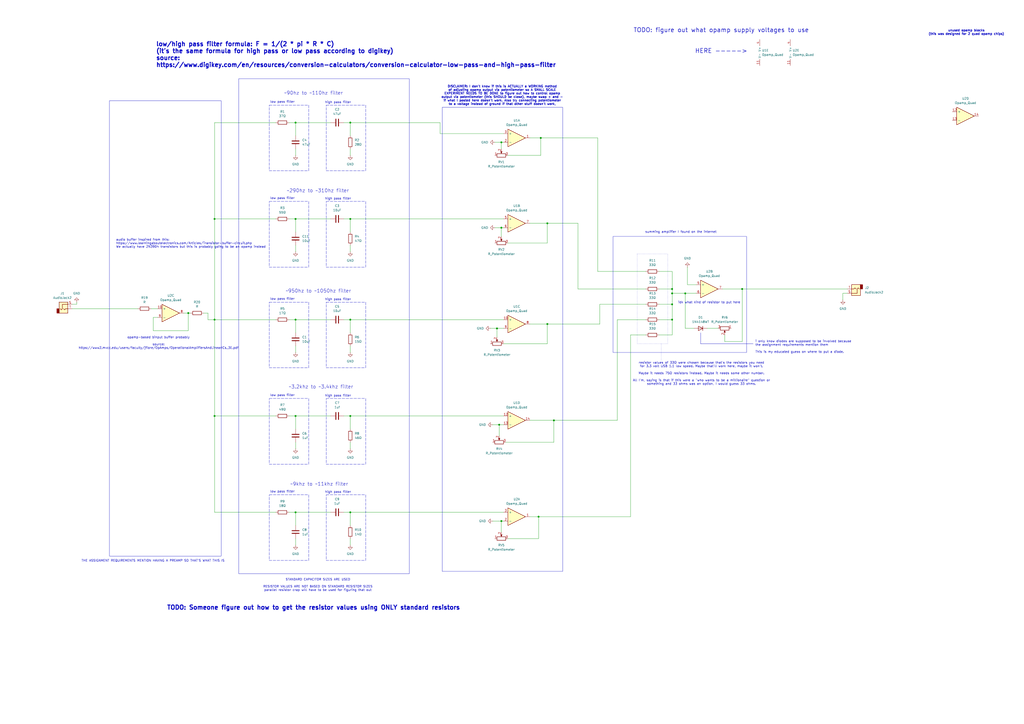
<source format=kicad_sch>
(kicad_sch (version 20231120) (generator "eeschema") (generator_version "8.0")
  (paper "A2")
  (lib_symbols
    (symbol "Connector_Audio:AudioJack2"
      (property "Reference" "J" (at 0 8.89 0))
      (property "Value" "AudioJack2" (at 0 6.35 0))
      (symbol "AudioJack2_0_1"
        (rectangle (start -3.81 0) (end -2.54 -2.54) (stroke (width 0.254)) (fill (type outline)))
        (rectangle (start -2.54 3.81) (end 2.54 -2.54) (stroke (width 0.254)) (fill (type background)))
        (polyline (pts (xy 0 0) (xy 0.635 -0.635) (xy 1.27 0) (xy 2.54 0)) (stroke (width 0.254)))
        (polyline (pts (xy 2.54 2.54) (xy -0.635 2.54) (xy -0.635 0) (xy -1.27 -0.635) (xy -1.905 0)) (stroke (width 0.254)))
      )
      (symbol "AudioJack2_1_1"
        (pin passive line (at 5.08 2.54 180) (length 2.54) (name "~") (number "S"))
        (pin passive line (at 5.08 0 180) (length 2.54) (name "~") (number "T"))
      )
    )
    (symbol "Device:C" (pin_numbers hide) (pin_names (offset 0.254))
      (property "Reference" "C" (at 0.635 2.54 0))
      (property "Value" "C" (at 0.635 -2.54 0))
      (symbol "C_0_1"
        (polyline (pts (xy -2.032 -0.762) (xy 2.032 -0.762)) (stroke (width 0.508)))
        (polyline (pts (xy -2.032 0.762) (xy 2.032 0.762)) (stroke (width 0.508)))
      )
      (symbol "C_1_1"
        (pin passive line (at 0 3.81 270) (length 2.794) (name "~") (number "1"))
        (pin passive line (at 0 -3.81 90) (length 2.794) (name "~") (number "2"))
      )
    )
    (symbol "Device:Opamp_Quad"
      (property "Reference" "U" (at 0 5.08 0))
      (property "Value" "Opamp_Quad" (at 0 -5.08 0))
      (symbol "Opamp_Quad_1_1"
        (polyline (pts (xy -5.08 5.08) (xy 5.08 0) (xy -5.08 -5.08) (xy -5.08 5.08)) (stroke (width 0.254)) (fill (type background)))
        (pin output line (at 7.62 0 180) (length 2.54) (name "~") (number "1"))
        (pin input line (at -7.62 -2.54 0) (length 2.54) (name "-") (number "2"))
        (pin input line (at -7.62 2.54 0) (length 2.54) (name "+") (number "3"))
      )
      (symbol "Opamp_Quad_2_1"
        (polyline (pts (xy -5.08 5.08) (xy 5.08 0) (xy -5.08 -5.08) (xy -5.08 5.08)) (stroke (width 0.254)) (fill (type background)))
        (pin input line (at -7.62 2.54 0) (length 2.54) (name "+") (number "5"))
        (pin input line (at -7.62 -2.54 0) (length 2.54) (name "-") (number "6"))
        (pin output line (at 7.62 0 180) (length 2.54) (name "~") (number "7"))
      )
      (symbol "Opamp_Quad_3_1"
        (polyline (pts (xy -5.08 5.08) (xy 5.08 0) (xy -5.08 -5.08) (xy -5.08 5.08)) (stroke (width 0.254)) (fill (type background)))
        (pin input line (at -7.62 2.54 0) (length 2.54) (name "+") (number "10"))
        (pin output line (at 7.62 0 180) (length 2.54) (name "~") (number "8"))
        (pin input line (at -7.62 -2.54 0) (length 2.54) (name "-") (number "9"))
      )
      (symbol "Opamp_Quad_4_1"
        (polyline (pts (xy -5.08 5.08) (xy 5.08 0) (xy -5.08 -5.08) (xy -5.08 5.08)) (stroke (width 0.254)) (fill (type background)))
        (pin input line (at -7.62 2.54 0) (length 2.54) (name "+") (number "12"))
        (pin input line (at -7.62 -2.54 0) (length 2.54) (name "-") (number "13"))
        (pin output line (at 7.62 0 180) (length 2.54) (name "~") (number "14"))
      )
      (symbol "Opamp_Quad_5_1"
        (pin power_in line (at -2.54 -7.62 90) (length 3.81) (name "V-") (number "11"))
        (pin power_in line (at -2.54 7.62 270) (length 3.81) (name "V+") (number "4"))
      )
    )
    (symbol "Device:R" (pin_numbers hide) (pin_names (offset 0))
      (property "Reference" "R" (at 2.032 0 90))
      (property "Value" "R" (at 0 0 90))
      (symbol "R_0_1"
        (rectangle (start -1.016 -2.54) (end 1.016 2.54) (stroke (width 0.254)))
      )
      (symbol "R_1_1"
        (pin passive line (at 0 3.81 270) (length 1.27) (name "~") (number "1"))
        (pin passive line (at 0 -3.81 90) (length 1.27) (name "~") (number "2"))
      )
    )
    (symbol "Device:R_Potentiometer" (pin_names (offset 1.016) hide)
      (property "Reference" "RV" (at -4.445 0 90))
      (property "Value" "R_Potentiometer" (at -2.54 0 90))
      (symbol "R_Potentiometer_0_1"
        (polyline (pts (xy 2.54 0) (xy 1.524 0)))
        (polyline (pts (xy 1.143 0) (xy 2.286 0.508) (xy 2.286 -0.508) (xy 1.143 0)) (fill (type outline)))
        (rectangle (start 1.016 2.54) (end -1.016 -2.54) (stroke (width 0.254)))
      )
      (symbol "R_Potentiometer_1_1"
        (pin passive line (at 0 3.81 270) (length 1.27) (name "1") (number "1"))
        (pin passive line (at 3.81 0 180) (length 1.27) (name "2") (number "2"))
        (pin passive line (at 0 -3.81 90) (length 1.27) (name "3") (number "3"))
      )
    )
    (symbol "Diode:1N4148WT" (pin_numbers hide) (pin_names hide)
      (property "Reference" "D" (at 0 2.54 0))
      (property "Value" "1N4148WT" (at 0 -2.54 0))
      (symbol "1N4148WT_0_1"
        (polyline (pts (xy -1.27 1.27) (xy -1.27 -1.27)) (stroke (width 0.254)))
        (polyline (pts (xy 1.27 0) (xy -1.27 0)))
        (polyline (pts (xy 1.27 1.27) (xy 1.27 -1.27) (xy -1.27 0) (xy 1.27 1.27)) (stroke (width 0.254)))
      )
      (symbol "1N4148WT_1_1"
        (pin passive line (at -3.81 0 0) (length 2.54) (name "K") (number "1"))
        (pin passive line (at 3.81 0 180) (length 2.54) (name "A") (number "2"))
      )
    )
    (symbol "power:GND" (power) (pin_numbers hide) (pin_names (offset 0) hide)
      (property "Value" "GND" (at 0 -3.81 0))
      (symbol "GND_0_1"
        (polyline (pts (xy 0 0) (xy 0 -1.27) (xy 1.27 -1.27) (xy 0 -2.54) (xy -1.27 -1.27) (xy 0 -1.27)))
      )
      (symbol "GND_1_1"
        (pin power_in line (at 0 0 270) (length 0) (name "~") (number "1"))
      )
    )
  )
  (junction (at 321.31 243.84))
  (junction (at 203.2 297.18))
  (junction (at 203.2 71.12))
  (junction (at 124.46 127))
  (junction (at 171.45 241.3))
  (junction (at 289.56 246.38))
  (junction (at 389.89 185.42))
  (junction (at 389.89 170.18))
  (junction (at 430.53 167.64))
  (junction (at 109.22 181.61))
  (junction (at 397.51 170.18))
  (junction (at 203.2 127))
  (junction (at 290.83 132.08))
  (junction (at 203.2 185.42))
  (junction (at 124.46 185.42))
  (junction (at 389.89 167.64))
  (junction (at 389.89 176.53))
  (junction (at 317.5 129.54))
  (junction (at 171.45 185.42))
  (junction (at 124.46 241.3))
  (junction (at 171.45 71.12))
  (junction (at 288.29 190.5))
  (junction (at 290.83 302.26))
  (junction (at 290.83 82.55))
  (junction (at 317.5 187.96))
  (junction (at 312.42 299.72))
  (junction (at 313.69 80.01))
  (junction (at 203.2 241.3))
  (junction (at 171.45 127))
  (junction (at 171.45 297.18))
  (wire (pts (xy 203.2 185.42) (xy 203.2 193.04)))
  (wire (pts (xy 124.46 71.12) (xy 160.02 71.12)))
  (wire (pts (xy 294.64 140.97) (xy 317.5 140.97)))
  (wire (pts (xy 160.02 185.42) (xy 124.46 185.42)))
  (wire (pts (xy 347.98 187.96) (xy 347.98 176.53)))
  (wire (pts (xy 420.37 194.31) (xy 420.37 198.12)))
  (wire (pts (xy 365.76 194.31) (xy 374.65 194.31)))
  (wire (pts (xy 203.2 248.92) (xy 203.2 241.3)))
  (wire (pts (xy 167.64 241.3) (xy 171.45 241.3)))
  (wire (pts (xy 88.9 184.15) (xy 88.9 191.77)))
  (wire (pts (xy 171.45 71.12) (xy 171.45 78.74)))
  (wire (pts (xy 382.27 176.53) (xy 389.89 176.53)))
  (wire (pts (xy 284.48 190.5) (xy 288.29 190.5)))
  (wire (pts (xy 203.2 185.42) (xy 199.39 185.42)))
  (wire (pts (xy 293.37 256.54) (xy 321.31 256.54)))
  (wire (pts (xy 124.46 297.18) (xy 124.46 241.3)))
  (wire (pts (xy 430.53 198.12) (xy 430.53 167.64)))
  (wire (pts (xy 307.34 80.01) (xy 313.69 80.01)))
  (wire (pts (xy 255.27 71.12) (xy 255.27 77.47)))
  (wire (pts (xy 203.2 71.12) (xy 199.39 71.12)))
  (wire (pts (xy 488.95 173.99) (xy 488.95 170.18)))
  (wire (pts (xy 294.64 90.17) (xy 313.69 90.17)))
  (wire (pts (xy 106.68 181.61) (xy 109.22 181.61)))
  (wire (pts (xy 312.42 299.72) (xy 365.76 299.72)))
  (wire (pts (xy 397.51 170.18) (xy 397.51 190.5)))
  (wire (pts (xy 289.56 246.38) (xy 292.1 246.38)))
  (wire (pts (xy 346.71 80.01) (xy 346.71 157.48)))
  (wire (pts (xy 335.28 129.54) (xy 335.28 167.64)))
  (wire (pts (xy 203.2 142.24) (xy 203.2 146.05)))
  (wire (pts (xy 285.75 302.26) (xy 290.83 302.26)))
  (wire (pts (xy 171.45 241.3) (xy 191.77 241.3)))
  (wire (pts (xy 294.64 312.42) (xy 312.42 312.42)))
  (wire (pts (xy 292.1 199.39) (xy 317.5 199.39)))
  (wire (pts (xy 403.86 170.18) (xy 397.51 170.18)))
  (wire (pts (xy 382.27 157.48) (xy 389.89 157.48)))
  (wire (pts (xy 124.46 185.42) (xy 124.46 241.3)))
  (wire (pts (xy 317.5 187.96) (xy 347.98 187.96)))
  (wire (pts (xy 420.37 198.12) (xy 430.53 198.12)))
  (wire (pts (xy 358.14 243.84) (xy 358.14 185.42)))
  (wire (pts (xy 290.83 82.55) (xy 292.1 82.55)))
  (wire (pts (xy 109.22 181.61) (xy 109.22 191.77)))
  (wire (pts (xy 203.2 127) (xy 292.1 127)))
  (wire (pts (xy 88.9 191.77) (xy 109.22 191.77)))
  (wire (pts (xy 389.89 194.31) (xy 389.89 185.42)))
  (wire (pts (xy 203.2 71.12) (xy 255.27 71.12)))
  (wire (pts (xy 171.45 127) (xy 171.45 134.62)))
  (wire (pts (xy 317.5 129.54) (xy 335.28 129.54)))
  (wire (pts (xy 365.76 299.72) (xy 365.76 194.31)))
  (wire (pts (xy 199.39 127) (xy 203.2 127)))
  (wire (pts (xy 167.64 185.42) (xy 171.45 185.42)))
  (wire (pts (xy 285.75 246.38) (xy 289.56 246.38)))
  (wire (pts (xy 118.11 181.61) (xy 120.65 181.61)))
  (wire (pts (xy 321.31 256.54) (xy 321.31 243.84)))
  (wire (pts (xy 203.2 297.18) (xy 199.39 297.18)))
  (wire (pts (xy 307.34 129.54) (xy 317.5 129.54)))
  (wire (pts (xy 120.65 185.42) (xy 124.46 185.42)))
  (wire (pts (xy 167.64 71.12) (xy 171.45 71.12)))
  (wire (pts (xy 358.14 185.42) (xy 374.65 185.42)))
  (wire (pts (xy 203.2 134.62) (xy 203.2 127)))
  (wire (pts (xy 171.45 200.66) (xy 171.45 204.47)))
  (wire (pts (xy 347.98 176.53) (xy 374.65 176.53)))
  (wire (pts (xy 313.69 80.01) (xy 346.71 80.01)))
  (wire (pts (xy 167.64 127) (xy 171.45 127)))
  (wire (pts (xy 203.2 256.54) (xy 203.2 260.35)))
  (wire (pts (xy 288.29 190.5) (xy 288.29 195.58)))
  (wire (pts (xy 289.56 246.38) (xy 289.56 252.73)))
  (wire (pts (xy 124.46 127) (xy 124.46 71.12)))
  (wire (pts (xy 44.45 175.26) (xy 44.45 176.53)))
  (wire (pts (xy 124.46 127) (xy 124.46 185.42)))
  (wire (pts (xy 382.27 185.42) (xy 389.89 185.42)))
  (wire (pts (xy 203.2 304.8) (xy 203.2 297.18)))
  (wire (pts (xy 398.78 154.94) (xy 398.78 165.1)))
  (wire (pts (xy 287.02 82.55) (xy 290.83 82.55)))
  (wire (pts (xy 346.71 157.48) (xy 374.65 157.48)))
  (wire (pts (xy 307.34 299.72) (xy 312.42 299.72)))
  (wire (pts (xy 203.2 200.66) (xy 203.2 204.47)))
  (wire (pts (xy 87.63 179.07) (xy 91.44 179.07)))
  (wire (pts (xy 120.65 181.61) (xy 120.65 185.42)))
  (wire (pts (xy 290.83 132.08) (xy 292.1 132.08)))
  (wire (pts (xy 171.45 185.42) (xy 191.77 185.42)))
  (wire (pts (xy 171.45 86.36) (xy 171.45 90.17)))
  (wire (pts (xy 171.45 312.42) (xy 171.45 316.23)))
  (wire (pts (xy 203.2 241.3) (xy 199.39 241.3)))
  (wire (pts (xy 307.34 243.84) (xy 321.31 243.84)))
  (wire (pts (xy 389.89 185.42) (xy 389.89 176.53)))
  (wire (pts (xy 398.78 165.1) (xy 403.86 165.1)))
  (wire (pts (xy 382.27 194.31) (xy 389.89 194.31)))
  (wire (pts (xy 255.27 77.47) (xy 292.1 77.47)))
  (wire (pts (xy 488.95 170.18) (xy 491.49 170.18)))
  (wire (pts (xy 389.89 176.53) (xy 389.89 170.18)))
  (wire (pts (xy 171.45 185.42) (xy 171.45 193.04)))
  (wire (pts (xy 397.51 170.18) (xy 389.89 170.18)))
  (wire (pts (xy 397.51 190.5) (xy 402.59 190.5)))
  (wire (pts (xy 317.5 199.39) (xy 317.5 187.96)))
  (wire (pts (xy 389.89 170.18) (xy 389.89 167.64)))
  (wire (pts (xy 321.31 243.84) (xy 358.14 243.84)))
  (wire (pts (xy 171.45 71.12) (xy 191.77 71.12)))
  (wire (pts (xy 203.2 86.36) (xy 203.2 90.17)))
  (wire (pts (xy 171.45 256.54) (xy 171.45 260.35)))
  (wire (pts (xy 290.83 302.26) (xy 290.83 308.61)))
  (wire (pts (xy 124.46 241.3) (xy 160.02 241.3)))
  (polyline (pts (xy 436.88 199.39) (xy 406.4 199.39)))
  (wire (pts (xy 167.64 297.18) (xy 171.45 297.18)))
  (wire (pts (xy 410.21 190.5) (xy 416.56 190.5)))
  (wire (pts (xy 171.45 297.18) (xy 191.77 297.18)))
  (wire (pts (xy 290.83 302.26) (xy 292.1 302.26)))
  (wire (pts (xy 389.89 167.64) (xy 389.89 157.48)))
  (wire (pts (xy 171.45 241.3) (xy 171.45 248.92)))
  (wire (pts (xy 317.5 140.97) (xy 317.5 129.54)))
  (wire (pts (xy 290.83 137.16) (xy 290.83 132.08)))
  (wire (pts (xy 287.02 132.08) (xy 290.83 132.08)))
  (wire (pts (xy 430.53 167.64) (xy 491.49 167.64)))
  (wire (pts (xy 312.42 312.42) (xy 312.42 299.72)))
  (wire (pts (xy 41.91 179.07) (xy 80.01 179.07)))
  (wire (pts (xy 203.2 78.74) (xy 203.2 71.12)))
  (wire (pts (xy 171.45 142.24) (xy 171.45 146.05)))
  (wire (pts (xy 44.45 176.53) (xy 41.91 176.53)))
  (wire (pts (xy 171.45 127) (xy 191.77 127)))
  (wire (pts (xy 171.45 297.18) (xy 171.45 304.8)))
  (wire (pts (xy 160.02 127) (xy 124.46 127)))
  (wire (pts (xy 419.1 167.64) (xy 430.53 167.64)))
  (wire (pts (xy 203.2 297.18) (xy 292.1 297.18)))
  (wire (pts (xy 313.69 90.17) (xy 313.69 80.01)))
  (wire (pts (xy 109.22 181.61) (xy 110.49 181.61)))
  (polyline (pts (xy 406.4 193.04) (xy 406.4 199.39)))
  (wire (pts (xy 335.28 167.64) (xy 374.65 167.64)))
  (wire (pts (xy 382.27 167.64) (xy 389.89 167.64)))
  (wire (pts (xy 288.29 190.5) (xy 292.1 190.5)))
  (wire (pts (xy 307.34 187.96) (xy 317.5 187.96)))
  (wire (pts (xy 203.2 185.42) (xy 292.1 185.42)))
  (wire (pts (xy 203.2 312.42) (xy 203.2 316.23)))
  (wire (pts (xy 91.44 184.15) (xy 88.9 184.15)))
  (wire (pts (xy 203.2 241.3) (xy 292.1 241.3)))
  (wire (pts (xy 160.02 297.18) (xy 124.46 297.18)))
  (wire (pts (xy 290.83 82.55) (xy 290.83 86.36)))
  (polyline (pts (xy 383.54 199.39) (xy 383.54 209.55)) (stroke (width 0) (type dot)))
  (rectangle (start 63.5 58.42) (end 128.27 322.58))
  (rectangle (start 138.43 45.72) (end 237.49 332.74))
  (rectangle (start 189.23 287.02) (end 212.09 325.12) (stroke (width 0) (type dash)))
  (rectangle (start 156.21 231.14) (end 179.07 269.24) (stroke (width 0) (type dash)))
  (rectangle (start 369.57 147.32) (end 387.35 199.39) (stroke (width 0) (type dot)))
  (rectangle (start 156.21 175.26) (end 179.07 213.36) (stroke (width 0) (type dash)))
  (rectangle (start 189.23 175.26) (end 212.09 213.36) (stroke (width 0) (type dash)))
  (rectangle (start 156.21 60.96) (end 179.07 99.06) (stroke (width 0) (type dash)))
  (rectangle (start 156.21 287.02) (end 179.07 325.12) (stroke (width 0) (type dash)))
  (rectangle (start 156.21 116.84) (end 179.07 154.94) (stroke (width 0) (type dash)))
  (rectangle (start 189.23 60.96) (end 212.09 99.06) (stroke (width 0) (type dash)))
  (rectangle (start 189.23 231.14) (end 212.09 269.24) (stroke (width 0) (type dash)))
  (rectangle (start 189.23 116.84) (end 212.09 154.94) (stroke (width 0) (type dash)))
  (rectangle (start 256.54 62.23) (end 326.39 331.47))
  (rectangle (start 355.6 137.16) (end 433.07 204.47))
  (text "low pass filter" (at 163.83 173.482 0) (effects (font (size 1.27 1.27))))
  (text "high pass filter" (at 196.088 115.316 0) (effects (font (size 1.27 1.27))))
  (text "high pass filter" (at 196.088 285.496 0) (effects (font (size 1.27 1.27))))
  (text "idk what kind of resistor to put here" (at 411.48 175.514 0) (effects (font (size 1.27 1.27))))
  (text "~9khz to ~11khz filter" (at 185.166 280.924 0) (effects (font (size 2 2))))
  (text "low pass filter" (at 163.83 285.242 0) (effects (font (size 1.27 1.27))))
  (text "~950hz to ~1050hz filter" (at 184.658 168.91 0) (effects (font (size 2 2))))
  (text "DISCLAIMER: I don't know if this is ACTUALLY a WORKING method\nof adjusting opamp output via potentiometer so A SMALL SCALE\nEXPERIMENT NEEDS TO BE DONE to figure out how to control opamp\noutput via potentiometer (this SHOULD be close), maybe swap + and -\nif what I posted here doesn't work. Also try connecting potentiometer\nto a voltage instead of ground if that other stuff doesn't work," (at 291.338 55.372 0) (effects (font (size 1.27 1.27) (thickness 0.254) (bold yes))))
  (text "summing amplifier I found on the internet" (at 394.97 134.62 0) (effects (font (size 1.27 1.27))))
  (text "~3.2khz to ~3.4khz filter" (at 186.182 224.536 0) (effects (font (size 2 2))))
  (text "~290hz to ~310hz filter" (at 184.404 110.744 0) (effects (font (size 2 2))))
  (text "~90hz to ~110hz filter" (at 181.864 54.102 0) (effects (font (size 2 2))))
  (text "low pass filter" (at 163.83 115.062 0) (effects (font (size 1.27 1.27))))
  (text "TODO: Someone figure out how to get the resistor values using ONLY standard resistors" (at 181.864 352.552 0) (effects (font (size 2.5 2.5) (thickness 0.5) (bold yes))))
  (text "TODO: figure out what opamp supply voltages to use\n\n\nHERE ----->" (at 418.338 23.622 0) (effects (font (size 2.5 2.5) (thickness 0.254) (bold yes))))
  (text "low/high pass filter formula: F = 1/(2 * pi * R * C)\n(it's the same formula for high pass or low pass according to digikey)\nsource:\nhttps://www.digikey.com/en/resources/conversion-calculators/conversion-calculator-low-pass-and-high-pass-filter" (at 90.424 31.75 0) (effects (font (size 2.5 2.5) (thickness 0.5) (bold yes)) (justify left)))
  (text "STANDARD CAPACITOR SIZES ARE USED\n\nRESISTOR VALUES ARE NOT BASED ON STANDARD RESISTOR SIZES\nparallel resistor crap will have to be used for figuring that out" (at 184.404 339.344 0) (effects (font (size 1.27 1.27))))
  (text "i only know diodes are supposed to be involved because\nthe assignment requirements mention them\n\nThis is my educated guess on where to put a diode." (at 438.15 201.168 0) (effects (font (size 1.27 1.27)) (justify left)))
  (text "low pass filter" (at 163.83 59.182 0) (effects (font (size 1.27 1.27))))
  (text "unused opamp blocks\n(this was designed for 2 quad opamp chips)" (at 560.578 18.796 0) (effects (font (size 1.27 1.27) (thickness 0.254) (bold yes))))
  (text "opamp-based binput buffer probably\n\nsource:\nhttps://www2.mvcc.edu/users/faculty/jfiore/OpAmps/OperationalAmplifiersAndLinearICs_3E.pdf" (at 91.948 198.882 0) (effects (font (size 1.27 1.27))))
  (text "high pass filter" (at 196.088 229.616 0) (effects (font (size 1.27 1.27))))
  (text "low pass filter" (at 163.83 229.362 0) (effects (font (size 1.27 1.27))))
  (text "resistor values of 33Ω were chosen because that's the resistors you need\nfor 3.3 volt USB 1.1 low speed. Maybe that'll work here, maybe it won't.\n\nMaybe it needs 75Ω resistors instead. Maybe it needs some other number.\n\nAll I'm, saying is that if this were a \"who wants to be a millionaire\" question or\nsomething and 33 ohms was an option, I would guess 33 ohms." (at 406.908 216.662 0) (effects (font (size 1.27 1.27))))
  (text "THE ASSIGNMENT REQUIREMENTS MENTION HAVING A PREAMP SO THAT'S WHAT THIS IS" (at 47.244 325.374 0) (effects (font (size 1.27 1.27)) (justify left)))
  (text "audio buffer inspired from this:\nhttps://www.learningaboutelectronics.com/Articles/Transistor-buffer-circuit.php\nWe actually have 2N3904 transistors but this is probably going to be an opamp instead" (at 67.31 141.224 0) (effects (font (size 1.27 1.27)) (justify left)))
  (text "high pass filter" (at 196.088 59.436 0) (effects (font (size 1.27 1.27))))
  (text "high pass filter" (at 196.088 173.736 0) (effects (font (size 1.27 1.27))))
  (symbol (lib_id "Device:R_Potentiometer") (at 288.29 199.39 90) (unit 1)
    (property "Reference" "RV3" (at 288.29 203.2 90))
    (property "Value" "R_Potentiometer" (at 288.29 205.74 90))
    (property "Description" "Potentiometer" (effects (hide yes)))
  )
  (symbol (lib_id "power:GND") (at 287.02 82.55 270) (unit 1)
    (property "Reference" "#PWR20" (effects (hide yes)))
    (property "Value" "GND" (at 283.21 82.5499 90) (effects (justify right)))
    (property "Description" "Power symbol creates a global label with name \"GND\" , ground" (effects (hide yes)))
  )
  (symbol (lib_id "power:GND") (at 488.95 173.99 0) (unit 1)
    (property "Reference" "#PWR33" (effects (hide yes)))
    (property "Value" "GND" (at 488.95 179.07 0))
    (property "Description" "Power symbol creates a global label with name \"GND\" , ground" (effects (hide yes)))
  )
  (symbol (lib_id "Device:C") (at 195.58 241.3 90) (unit 1)
    (property "Reference" "C7" (at 195.58 233.68 90))
    (property "Value" "1uf" (at 195.58 236.22 90))
    (property "Description" "Unpolarized capacitor" (effects (hide yes)))
  )
  (symbol (lib_id "power:GND") (at 398.78 154.94 180) (unit 1)
    (property "Reference" "#PWR16" (effects (hide yes)))
    (property "Value" "GND" (at 398.78 149.86 0))
    (property "Description" "Power symbol creates a global label with name \"GND\" , ground" (effects (hide yes)))
  )
  (symbol (lib_id "Device:R") (at 203.2 308.61 0) (unit 1)
    (property "Reference" "R10" (at 205.74 307.3399 0) (effects (justify left)))
    (property "Value" "14Ω" (at 205.74 309.8799 0) (effects (justify left)))
    (property "Description" "Resistor" (effects (hide yes)))
  )
  (symbol (lib_id "Device:R") (at 163.83 71.12 90) (unit 1)
    (property "Reference" "R1" (at 163.83 64.77 90))
    (property "Value" "37Ω" (at 163.83 67.31 90))
    (property "Description" "Resistor" (effects (hide yes)))
  )
  (symbol (lib_id "Device:R") (at 163.83 185.42 90) (unit 1)
    (property "Reference" "R5" (at 163.83 179.07 90))
    (property "Value" "17Ω" (at 163.83 181.61 90))
    (property "Description" "Resistor" (effects (hide yes)))
  )
  (symbol (lib_id "Device:C") (at 171.45 82.55 180) (unit 1)
    (property "Reference" "C4" (at 175.26 81.2799 0) (effects (justify right)))
    (property "Value" "47uF" (at 175.26 83.8199 0) (effects (justify right)))
    (property "Description" "Unpolarized capacitor" (effects (hide yes)))
  )
  (symbol (lib_id "Device:Opamp_Quad") (at 299.72 80.01 0) (unit 1)
    (property "Reference" "U1" (at 299.72 69.85 0))
    (property "Value" "Opamp_Quad" (at 299.72 72.39 0))
    (property "Description" "Quad operational amplifier" (effects (hide yes)))
    (property "Sim.Library" "${KICAD7_SYMBOL_DIR}/Simulation_SPICE.sp" (effects (hide yes)))
    (property "Sim.Name" "kicad_builtin_opamp_quad" (effects (hide yes)))
    (property "Sim.Device" "SUBCKT" (effects (hide yes)))
    (property "Sim.Pins" "1=out1 2=in1- 3=in1+ 4=vcc 5=in2+ 6=in2- 7=out2 8=out3 9=in3- 10=in3+ 11=vee 12=in4+ 13=in4- 14=out4" (effects (hide yes)))
  )
  (symbol (lib_id "power:GND") (at 203.2 90.17 0) (unit 1)
    (property "Reference" "#PWR2" (effects (hide yes)))
    (property "Value" "GND" (at 203.2 95.25 0))
    (property "Description" "Power symbol creates a global label with name \"GND\" , ground" (effects (hide yes)))
  )
  (symbol (lib_id "Connector_Audio:AudioJack2") (at 496.57 167.64 180) (unit 1)
    (property "Reference" "J2" (at 501.65 167.0049 0) (effects (justify right)))
    (property "Value" "AudioJack2" (at 501.65 169.5449 0) (effects (justify right)))
    (property "Description" "Audio Jack, 2 Poles (Mono / TS)" (effects (hide yes)))
  )
  (symbol (lib_id "Device:R") (at 163.83 297.18 90) (unit 1)
    (property "Reference" "R9" (at 163.83 290.83 90))
    (property "Value" "18Ω" (at 163.83 293.37 90))
    (property "Description" "Resistor" (effects (hide yes)))
  )
  (symbol (lib_id "power:GND") (at 285.75 302.26 270) (unit 1)
    (property "Reference" "#PWR24" (effects (hide yes)))
    (property "Value" "GND" (at 281.94 302.2599 90) (effects (justify right)))
    (property "Description" "Power symbol creates a global label with name \"GND\" , ground" (effects (hide yes)))
  )
  (symbol (lib_id "Device:Opamp_Quad") (at 560.07 67.31 0) (unit 4)
    (property "Reference" "U2" (at 560.07 57.15 0))
    (property "Value" "Opamp_Quad" (at 560.07 59.69 0))
    (property "Description" "Quad operational amplifier" (effects (hide yes)))
    (property "Sim.Library" "${KICAD7_SYMBOL_DIR}/Simulation_SPICE.sp" (effects (hide yes)))
    (property "Sim.Name" "kicad_builtin_opamp_quad" (effects (hide yes)))
    (property "Sim.Device" "SUBCKT" (effects (hide yes)))
    (property "Sim.Pins" "1=out1 2=in1- 3=in1+ 4=vcc 5=in2+ 6=in2- 7=out2 8=out3 9=in3- 10=in3+ 11=vee 12=in4+ 13=in4- 14=out4" (effects (hide yes)))
  )
  (symbol (lib_id "power:GND") (at 284.48 190.5 270) (unit 1)
    (property "Reference" "#PWR22" (effects (hide yes)))
    (property "Value" "GND" (at 280.67 190.4999 90) (effects (justify right)))
    (property "Description" "Power symbol creates a global label with name \"GND\" , ground" (effects (hide yes)))
  )
  (symbol (lib_id "Device:R") (at 378.46 185.42 90) (unit 1)
    (property "Reference" "R14" (at 378.46 179.07 90))
    (property "Value" "33Ω" (at 378.46 181.61 90))
    (property "Description" "Resistor" (effects (hide yes)))
  )
  (symbol (lib_id "Device:R_Potentiometer") (at 290.83 312.42 90) (unit 1)
    (property "Reference" "RV5" (at 290.83 316.23 90))
    (property "Value" "R_Potentiometer" (at 290.83 318.77 90))
    (property "Description" "Potentiometer" (effects (hide yes)))
  )
  (symbol (lib_id "Device:R_Potentiometer") (at 290.83 90.17 90) (unit 1)
    (property "Reference" "RV1" (at 290.83 93.98 90))
    (property "Value" "R_Potentiometer" (at 290.83 96.52 90))
    (property "Description" "Potentiometer" (effects (hide yes)))
  )
  (symbol (lib_id "Device:R_Potentiometer") (at 289.56 256.54 90) (unit 1)
    (property "Reference" "RV4" (at 289.56 260.35 90))
    (property "Value" "R_Potentiometer" (at 289.56 262.89 90))
    (property "Description" "Potentiometer" (effects (hide yes)))
  )
  (symbol (lib_id "Device:R") (at 203.2 196.85 0) (unit 1)
    (property "Reference" "R6" (at 205.74 195.5799 0) (effects (justify left)))
    (property "Value" "15Ω" (at 205.74 198.1199 0) (effects (justify left)))
    (property "Description" "Resistor" (effects (hide yes)))
  )
  (symbol (lib_id "power:GND") (at 203.2 316.23 0) (unit 1)
    (property "Reference" "#PWR10" (effects (hide yes)))
    (property "Value" "GND" (at 203.2 321.31 0))
    (property "Description" "Power symbol creates a global label with name \"GND\" , ground" (effects (hide yes)))
  )
  (symbol (lib_id "power:GND") (at 171.45 260.35 0) (unit 1)
    (property "Reference" "#PWR7" (effects (hide yes)))
    (property "Value" "GND" (at 171.45 265.43 0))
    (property "Description" "Power symbol creates a global label with name \"GND\" , ground" (effects (hide yes)))
  )
  (symbol (lib_id "Device:C") (at 195.58 297.18 90) (unit 1)
    (property "Reference" "C9" (at 195.58 289.56 90))
    (property "Value" "1uF" (at 195.58 292.1 90))
    (property "Description" "Unpolarized capacitor" (effects (hide yes)))
  )
  (symbol (lib_id "Device:C") (at 195.58 71.12 90) (unit 1)
    (property "Reference" "C2" (at 195.58 63.5 90))
    (property "Value" "47uF" (at 195.58 66.04 90))
    (property "Description" "Unpolarized capacitor" (effects (hide yes)))
  )
  (symbol (lib_id "Device:Opamp_Quad") (at 443.23 30.48 0) (unit 5)
    (property "Reference" "U1" (at 441.96 29.2099 0) (effects (justify left)))
    (property "Value" "Opamp_Quad" (at 441.96 31.7499 0) (effects (justify left)))
    (property "Description" "Quad operational amplifier" (effects (hide yes)))
    (property "Sim.Library" "${KICAD7_SYMBOL_DIR}/Simulation_SPICE.sp" (effects (hide yes)))
    (property "Sim.Name" "kicad_builtin_opamp_quad" (effects (hide yes)))
    (property "Sim.Device" "SUBCKT" (effects (hide yes)))
    (property "Sim.Pins" "1=out1 2=in1- 3=in1+ 4=vcc 5=in2+ 6=in2- 7=out2 8=out3 9=in3- 10=in3+ 11=vee 12=in4+ 13=in4- 14=out4" (effects (hide yes)))
  )
  (symbol (lib_id "Device:R") (at 378.46 176.53 90) (unit 1)
    (property "Reference" "R13" (at 378.46 170.18 90))
    (property "Value" "33Ω" (at 378.46 172.72 90))
    (property "Description" "Resistor" (effects (hide yes)))
  )
  (symbol (lib_id "Device:C") (at 195.58 127 90) (unit 1)
    (property "Reference" "C3" (at 195.58 119.38 90))
    (property "Value" "10uF" (at 195.58 121.92 90))
    (property "Description" "Unpolarized capacitor" (effects (hide yes)))
  )
  (symbol (lib_id "Device:Opamp_Quad") (at 299.72 129.54 0) (unit 2)
    (property "Reference" "U1" (at 299.72 119.38 0))
    (property "Value" "Opamp_Quad" (at 299.72 121.92 0))
    (property "Description" "Quad operational amplifier" (effects (hide yes)))
    (property "Sim.Library" "${KICAD7_SYMBOL_DIR}/Simulation_SPICE.sp" (effects (hide yes)))
    (property "Sim.Name" "kicad_builtin_opamp_quad" (effects (hide yes)))
    (property "Sim.Device" "SUBCKT" (effects (hide yes)))
    (property "Sim.Pins" "1=out1 2=in1- 3=in1+ 4=vcc 5=in2+ 6=in2- 7=out2 8=out3 9=in3- 10=in3+ 11=vee 12=in4+ 13=in4- 14=out4" (effects (hide yes)))
  )
  (symbol (lib_id "Device:R_Potentiometer") (at 420.37 190.5 270) (unit 1)
    (property "Reference" "RV6" (at 420.37 184.15 90))
    (property "Value" "R_Potentiometer" (at 420.37 186.69 90))
    (property "Description" "Potentiometer" (effects (hide yes)))
  )
  (symbol (lib_id "Device:C") (at 171.45 252.73 180) (unit 1)
    (property "Reference" "C6" (at 175.26 251.4599 0) (effects (justify right)))
    (property "Value" "1uF" (at 175.26 253.9999 0) (effects (justify right)))
    (property "Description" "Unpolarized capacitor" (effects (hide yes)))
  )
  (symbol (lib_id "Device:R") (at 378.46 194.31 90) (unit 1)
    (property "Reference" "R15" (at 378.46 187.96 90))
    (property "Value" "33Ω" (at 378.46 190.5 90))
    (property "Description" "Resistor" (effects (hide yes)))
  )
  (symbol (lib_id "Connector_Audio:AudioJack2") (at 36.83 179.07 0) (unit 1)
    (property "Reference" "J1" (at 36.195 170.18 0))
    (property "Value" "AudioJack2" (at 36.195 172.72 0))
    (property "Description" "Audio Jack, 2 Poles (Mono / TS)" (effects (hide yes)))
  )
  (symbol (lib_id "Device:R") (at 203.2 138.43 0) (unit 1)
    (property "Reference" "R4" (at 205.74 137.1599 0) (effects (justify left)))
    (property "Value" "47Ω" (at 205.74 139.6999 0) (effects (justify left)))
    (property "Description" "Resistor" (effects (hide yes)))
  )
  (symbol (lib_id "Device:C") (at 171.45 138.43 180) (unit 1)
    (property "Reference" "C11" (at 175.26 137.1599 0) (effects (justify right)))
    (property "Value" "10uF" (at 175.26 139.6999 0) (effects (justify right)))
    (property "Description" "Unpolarized capacitor" (effects (hide yes)))
  )
  (symbol (lib_id "power:GND") (at 171.45 90.17 0) (unit 1)
    (property "Reference" "#PWR1" (effects (hide yes)))
    (property "Value" "GND" (at 171.45 95.25 0))
    (property "Description" "Power symbol creates a global label with name \"GND\" , ground" (effects (hide yes)))
  )
  (symbol (lib_id "Device:Opamp_Quad") (at 461.01 30.48 0) (unit 5)
    (property "Reference" "U2" (at 459.74 29.2099 0) (effects (justify left)))
    (property "Value" "Opamp_Quad" (at 459.74 31.7499 0) (effects (justify left)))
    (property "Description" "Quad operational amplifier" (effects (hide yes)))
    (property "Sim.Library" "${KICAD7_SYMBOL_DIR}/Simulation_SPICE.sp" (effects (hide yes)))
    (property "Sim.Name" "kicad_builtin_opamp_quad" (effects (hide yes)))
    (property "Sim.Device" "SUBCKT" (effects (hide yes)))
    (property "Sim.Pins" "1=out1 2=in1- 3=in1+ 4=vcc 5=in2+ 6=in2- 7=out2 8=out3 9=in3- 10=in3+ 11=vee 12=in4+ 13=in4- 14=out4" (effects (hide yes)))
  )
  (symbol (lib_id "power:GND") (at 44.45 175.26 180) (unit 1)
    (property "Reference" "#PWR32" (effects (hide yes)))
    (property "Value" "GND" (at 44.45 170.18 0))
    (property "Description" "Power symbol creates a global label with name \"GND\" , ground" (effects (hide yes)))
  )
  (symbol (lib_id "Device:R") (at 378.46 167.64 90) (unit 1)
    (property "Reference" "R12" (at 378.46 161.29 90))
    (property "Value" "33Ω" (at 378.46 163.83 90))
    (property "Description" "Resistor" (effects (hide yes)))
  )
  (symbol (lib_id "power:GND") (at 203.2 204.47 0) (unit 1)
    (property "Reference" "#PWR6" (effects (hide yes)))
    (property "Value" "GND" (at 203.2 209.55 0))
    (property "Description" "Power symbol creates a global label with name \"GND\" , ground" (effects (hide yes)))
  )
  (symbol (lib_id "Device:Opamp_Quad") (at 299.72 187.96 0) (unit 3)
    (property "Reference" "U1" (at 299.72 177.8 0))
    (property "Value" "Opamp_Quad" (at 299.72 180.34 0))
    (property "Description" "Quad operational amplifier" (effects (hide yes)))
    (property "Sim.Library" "${KICAD7_SYMBOL_DIR}/Simulation_SPICE.sp" (effects (hide yes)))
    (property "Sim.Name" "kicad_builtin_opamp_quad" (effects (hide yes)))
    (property "Sim.Device" "SUBCKT" (effects (hide yes)))
    (property "Sim.Pins" "1=out1 2=in1- 3=in1+ 4=vcc 5=in2+ 6=in2- 7=out2 8=out3 9=in3- 10=in3+ 11=vee 12=in4+ 13=in4- 14=out4" (effects (hide yes)))
  )
  (symbol (lib_id "Device:R") (at 378.46 157.48 270) (unit 1)
    (property "Reference" "R11" (at 378.46 151.13 90))
    (property "Value" "33Ω" (at 378.46 153.67 90))
    (property "Description" "Resistor" (effects (hide yes)))
  )
  (symbol (lib_id "power:GND") (at 171.45 204.47 0) (unit 1)
    (property "Reference" "#PWR5" (effects (hide yes)))
    (property "Value" "GND" (at 171.45 209.55 0))
    (property "Description" "Power symbol creates a global label with name \"GND\" , ground" (effects (hide yes)))
  )
  (symbol (lib_id "power:GND") (at 171.45 316.23 0) (unit 1)
    (property "Reference" "#PWR9" (effects (hide yes)))
    (property "Value" "GND" (at 171.45 321.31 0))
    (property "Description" "Power symbol creates a global label with name \"GND\" , ground" (effects (hide yes)))
  )
  (symbol (lib_id "Device:C") (at 171.45 196.85 180) (unit 1)
    (property "Reference" "C1" (at 175.26 195.5799 0) (effects (justify right)))
    (property "Value" "10uF" (at 175.26 198.1199 0) (effects (justify right)))
    (property "Description" "Unpolarized capacitor" (effects (hide yes)))
  )
  (symbol (lib_id "Device:R") (at 163.83 241.3 90) (unit 1)
    (property "Reference" "R7" (at 163.83 234.95 90))
    (property "Value" "49Ω" (at 163.83 237.49 90))
    (property "Description" "Resistor" (effects (hide yes)))
  )
  (symbol (lib_id "Device:R_Potentiometer") (at 290.83 140.97 90) (unit 1)
    (property "Reference" "RV2" (at 290.83 144.78 90))
    (property "Value" "R_Potentiometer" (at 290.83 147.32 90))
    (property "Description" "Potentiometer" (effects (hide yes)))
  )
  (symbol (lib_id "Device:R") (at 203.2 82.55 0) (unit 1)
    (property "Reference" "R2" (at 205.74 81.2799 0) (effects (justify left)))
    (property "Value" "28Ω" (at 205.74 83.8199 0) (effects (justify left)))
    (property "Description" "Resistor" (effects (hide yes)))
  )
  (symbol (lib_id "power:GND") (at 171.45 146.05 0) (unit 1)
    (property "Reference" "#PWR3" (effects (hide yes)))
    (property "Value" "GND" (at 171.45 151.13 0))
    (property "Description" "Power symbol creates a global label with name \"GND\" , ground" (effects (hide yes)))
  )
  (symbol (lib_id "Device:R") (at 83.82 179.07 90) (unit 1)
    (property "Reference" "R19" (at 83.82 172.72 90))
    (property "Value" "R" (at 83.82 175.26 90))
    (property "Description" "Resistor" (effects (hide yes)))
  )
  (symbol (lib_id "Device:R") (at 114.3 181.61 90) (unit 1)
    (property "Reference" "R20" (at 114.3 175.26 90))
    (property "Value" "R" (at 114.3 177.8 90))
    (property "Description" "Resistor" (effects (hide yes)))
  )
  (symbol (lib_id "Device:Opamp_Quad") (at 299.72 299.72 0) (unit 1)
    (property "Reference" "U2" (at 299.72 289.56 0))
    (property "Value" "Opamp_Quad" (at 299.72 292.1 0))
    (property "Description" "Quad operational amplifier" (effects (hide yes)))
    (property "Sim.Library" "${KICAD7_SYMBOL_DIR}/Simulation_SPICE.sp" (effects (hide yes)))
    (property "Sim.Name" "kicad_builtin_opamp_quad" (effects (hide yes)))
    (property "Sim.Device" "SUBCKT" (effects (hide yes)))
    (property "Sim.Pins" "1=out1 2=in1- 3=in1+ 4=vcc 5=in2+ 6=in2- 7=out2 8=out3 9=in3- 10=in3+ 11=vee 12=in4+ 13=in4- 14=out4" (effects (hide yes)))
  )
  (symbol (lib_id "power:GND") (at 203.2 260.35 0) (unit 1)
    (property "Reference" "#PWR8" (effects (hide yes)))
    (property "Value" "GND" (at 203.2 265.43 0))
    (property "Description" "Power symbol creates a global label with name \"GND\" , ground" (effects (hide yes)))
  )
  (symbol (lib_id "power:GND") (at 287.02 132.08 270) (unit 1)
    (property "Reference" "#PWR21" (effects (hide yes)))
    (property "Value" "GND" (at 283.21 132.0799 90) (effects (justify right)))
    (property "Description" "Power symbol creates a global label with name \"GND\" , ground" (effects (hide yes)))
  )
  (symbol (lib_id "Device:Opamp_Quad") (at 299.72 243.84 0) (unit 4)
    (property "Reference" "U1" (at 299.72 233.68 0))
    (property "Value" "Opamp_Quad" (at 299.72 236.22 0))
    (property "Description" "Quad operational amplifier" (effects (hide yes)))
    (property "Sim.Library" "${KICAD7_SYMBOL_DIR}/Simulation_SPICE.sp" (effects (hide yes)))
    (property "Sim.Name" "kicad_builtin_opamp_quad" (effects (hide yes)))
    (property "Sim.Device" "SUBCKT" (effects (hide yes)))
    (property "Sim.Pins" "1=out1 2=in1- 3=in1+ 4=vcc 5=in2+ 6=in2- 7=out2 8=out3 9=in3- 10=in3+ 11=vee 12=in4+ 13=in4- 14=out4" (effects (hide yes)))
  )
  (symbol (lib_id "Device:Opamp_Quad") (at 99.06 181.61 0) (unit 3)
    (property "Reference" "U2" (at 99.06 171.45 0))
    (property "Value" "Opamp_Quad" (at 99.06 173.99 0))
    (property "Description" "Quad operational amplifier" (effects (hide yes)))
    (property "Sim.Library" "${KICAD7_SYMBOL_DIR}/Simulation_SPICE.sp" (effects (hide yes)))
    (property "Sim.Name" "kicad_builtin_opamp_quad" (effects (hide yes)))
    (property "Sim.Device" "SUBCKT" (effects (hide yes)))
    (property "Sim.Pins" "1=out1 2=in1- 3=in1+ 4=vcc 5=in2+ 6=in2- 7=out2 8=out3 9=in3- 10=in3+ 11=vee 12=in4+ 13=in4- 14=out4" (effects (hide yes)))
  )
  (symbol (lib_id "Diode:1N4148WT") (at 406.4 190.5 180) (unit 1)
    (property "Reference" "D1" (at 406.4 184.15 0))
    (property "Value" "1N4148WT" (at 406.4 186.69 0))
    (property "Footprint" "Diode_SMD:D_SOD-523" (effects (hide yes)))
    (property "Datasheet" "https://www.diodes.com/assets/Datasheets/ds30396.pdf" (effects (hide yes)))
    (property "Description" "75V 0.15A Fast switching Diode, SOD-523" (effects (hide yes)))
    (property "Sim.Device" "D" (effects (hide yes)))
    (property "Sim.Pins" "1=K 2=A" (effects (hide yes)))
  )
  (symbol (lib_id "Device:C") (at 195.58 185.42 90) (unit 1)
    (property "Reference" "C5" (at 195.58 177.8 90))
    (property "Value" "10uF" (at 195.58 180.34 90))
    (property "Description" "Unpolarized capacitor" (effects (hide yes)))
  )
  (symbol (lib_id "Device:R") (at 163.83 127 90) (unit 1)
    (property "Reference" "R3" (at 163.83 120.65 90))
    (property "Value" "55Ω" (at 163.83 123.19 90))
    (property "Description" "Resistor" (effects (hide yes)))
  )
  (symbol (lib_id "Device:R") (at 203.2 252.73 0) (unit 1)
    (property "Reference" "R8" (at 205.74 251.4599 0) (effects (justify left)))
    (property "Value" "46Ω" (at 205.74 253.9999 0) (effects (justify left)))
    (property "Description" "Resistor" (effects (hide yes)))
  )
  (symbol (lib_id "Device:C") (at 171.45 308.61 180) (unit 1)
    (property "Reference" "C8" (at 175.26 307.3399 0) (effects (justify right)))
    (property "Value" "1uF" (at 175.26 309.8799 0) (effects (justify right)))
    (property "Description" "Unpolarized capacitor" (effects (hide yes)))
  )
  (symbol (lib_id "power:GND") (at 285.75 246.38 270) (unit 1)
    (property "Reference" "#PWR23" (effects (hide yes)))
    (property "Value" "GND" (at 281.94 246.3799 90) (effects (justify right)))
    (property "Description" "Power symbol creates a global label with name \"GND\" , ground" (effects (hide yes)))
  )
  (symbol (lib_id "power:GND") (at 203.2 146.05 0) (unit 1)
    (property "Reference" "#PWR4" (effects (hide yes)))
    (property "Value" "GND" (at 203.2 151.13 0))
    (property "Description" "Power symbol creates a global label with name \"GND\" , ground" (effects (hide yes)))
  )
  (symbol (lib_id "Device:Opamp_Quad") (at 411.48 167.64 0) (unit 2)
    (property "Reference" "U2" (at 411.48 157.48 0))
    (property "Value" "Opamp_Quad" (at 411.48 160.02 0))
    (property "Description" "Quad operational amplifier" (effects (hide yes)))
    (property "Sim.Library" "${KICAD7_SYMBOL_DIR}/Simulation_SPICE.sp" (effects (hide yes)))
    (property "Sim.Name" "kicad_builtin_opamp_quad" (effects (hide yes)))
    (property "Sim.Device" "SUBCKT" (effects (hide yes)))
    (property "Sim.Pins" "1=out1 2=in1- 3=in1+ 4=vcc 5=in2+ 6=in2- 7=out2 8=out3 9=in3- 10=in3+ 11=vee 12=in4+ 13=in4- 14=out4" (effects (hide yes)))
  )
)
</source>
